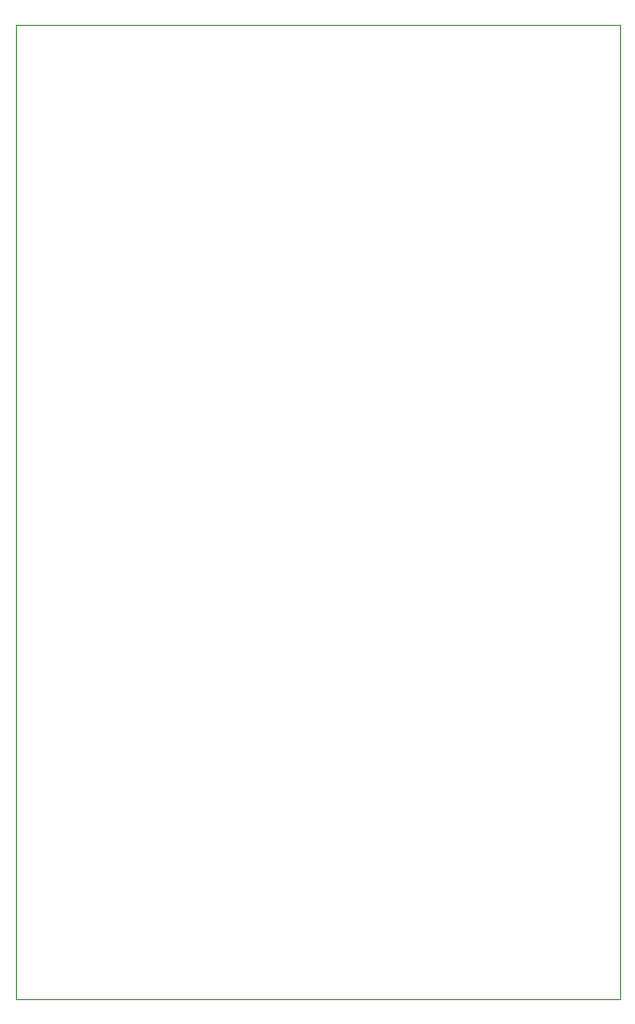
<source format=gbr>
%TF.GenerationSoftware,KiCad,Pcbnew,9.0.1*%
%TF.CreationDate,2025-06-21T17:44:42+02:00*%
%TF.ProjectId,PicoLogger_Small,5069636f-4c6f-4676-9765-725f536d616c,rev?*%
%TF.SameCoordinates,Original*%
%TF.FileFunction,Profile,NP*%
%FSLAX46Y46*%
G04 Gerber Fmt 4.6, Leading zero omitted, Abs format (unit mm)*
G04 Created by KiCad (PCBNEW 9.0.1) date 2025-06-21 17:44:42*
%MOMM*%
%LPD*%
G01*
G04 APERTURE LIST*
%TA.AperFunction,Profile*%
%ADD10C,0.050000*%
%TD*%
G04 APERTURE END LIST*
D10*
X134500000Y-35000000D02*
X186000000Y-35000000D01*
X186000000Y-118000000D01*
X134500000Y-118000000D01*
X134500000Y-35000000D01*
M02*

</source>
